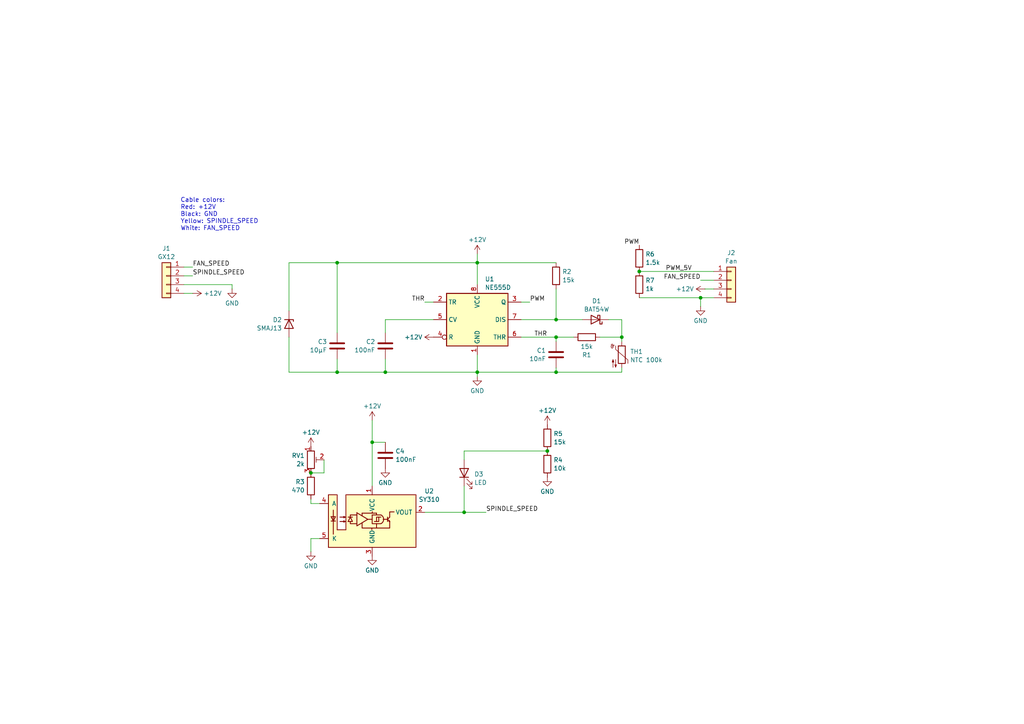
<source format=kicad_sch>
(kicad_sch (version 20231120) (generator "eeschema") (generator_version "8.0")
  (paper "A4")
  (title_block (title "Spindle fan speed controller") (date "2024-11-13") (rev "1") (company "Hacklab Jyväskylä / jpa"))
  (lib_symbols
    (symbol "Connector_Generic:Conn_01x04" (pin_names (offset 1.016) hide)
      (property "Reference" "J" (at 0 5.08 0))
      (property "Value" "Conn_01x04" (at 0 -7.62 0))
      (symbol "Conn_01x04_1_1"
        (rectangle (start -1.27 -4.953) (end 0 -5.207) (stroke (width 0.1524)))
        (rectangle (start -1.27 -2.413) (end 0 -2.667) (stroke (width 0.1524)))
        (rectangle (start -1.27 0.127) (end 0 -0.127) (stroke (width 0.1524)))
        (rectangle (start -1.27 2.667) (end 0 2.413) (stroke (width 0.1524)))
        (rectangle (start -1.27 3.81) (end 1.27 -6.35) (stroke (width 0.254)) (fill (type background)))
        (pin passive line (at -5.08 2.54 0) (length 3.81) (name "Pin_1") (number "1"))
        (pin passive line (at -5.08 0 0) (length 3.81) (name "Pin_2") (number "2"))
        (pin passive line (at -5.08 -2.54 0) (length 3.81) (name "Pin_3") (number "3"))
        (pin passive line (at -5.08 -5.08 0) (length 3.81) (name "Pin_4") (number "4"))
      )
    )
    (symbol "Device:C" (pin_numbers hide) (pin_names (offset 0.254))
      (property "Reference" "C" (at 0.635 2.54 0))
      (property "Value" "C" (at 0.635 -2.54 0))
      (symbol "C_0_1"
        (polyline (pts (xy -2.032 -0.762) (xy 2.032 -0.762)) (stroke (width 0.508)))
        (polyline (pts (xy -2.032 0.762) (xy 2.032 0.762)) (stroke (width 0.508)))
      )
      (symbol "C_1_1"
        (pin passive line (at 0 3.81 270) (length 2.794) (name "~") (number "1"))
        (pin passive line (at 0 -3.81 90) (length 2.794) (name "~") (number "2"))
      )
    )
    (symbol "Device:D_Schottky" (pin_numbers hide) (pin_names (offset 1.016) hide)
      (property "Reference" "D" (at 0 2.54 0))
      (property "Value" "D_Schottky" (at 0 -2.54 0))
      (symbol "D_Schottky_0_1"
        (polyline (pts (xy 1.27 0) (xy -1.27 0)))
        (polyline (pts (xy 1.27 1.27) (xy 1.27 -1.27) (xy -1.27 0) (xy 1.27 1.27)) (stroke (width 0.254)))
        (polyline (pts (xy -1.905 0.635) (xy -1.905 1.27) (xy -1.27 1.27) (xy -1.27 -1.27) (xy -0.635 -1.27) (xy -0.635 -0.635)) (stroke (width 0.254)))
      )
      (symbol "D_Schottky_1_1"
        (pin passive line (at -3.81 0 0) (length 2.54) (name "K") (number "1"))
        (pin passive line (at 3.81 0 180) (length 2.54) (name "A") (number "2"))
      )
    )
    (symbol "Device:D_Zener" (pin_numbers hide) (pin_names (offset 1.016) hide)
      (property "Reference" "D" (at 0 2.54 0))
      (property "Value" "D_Zener" (at 0 -2.54 0))
      (symbol "D_Zener_0_1"
        (polyline (pts (xy 1.27 0) (xy -1.27 0)))
        (polyline (pts (xy -1.27 -1.27) (xy -1.27 1.27) (xy -0.762 1.27)) (stroke (width 0.254)))
        (polyline (pts (xy 1.27 -1.27) (xy 1.27 1.27) (xy -1.27 0) (xy 1.27 -1.27)) (stroke (width 0.254)))
      )
      (symbol "D_Zener_1_1"
        (pin passive line (at -3.81 0 0) (length 2.54) (name "K") (number "1"))
        (pin passive line (at 3.81 0 180) (length 2.54) (name "A") (number "2"))
      )
    )
    (symbol "Device:LED" (pin_numbers hide) (pin_names (offset 1.016) hide)
      (property "Reference" "D" (at 0 2.54 0))
      (property "Value" "LED" (at 0 -2.54 0))
      (symbol "LED_0_1"
        (polyline (pts (xy -1.27 -1.27) (xy -1.27 1.27)) (stroke (width 0.254)))
        (polyline (pts (xy -1.27 0) (xy 1.27 0)))
        (polyline (pts (xy 1.27 -1.27) (xy 1.27 1.27) (xy -1.27 0) (xy 1.27 -1.27)) (stroke (width 0.254)))
        (polyline (pts (xy -3.048 -0.762) (xy -4.572 -2.286) (xy -3.81 -2.286) (xy -4.572 -2.286) (xy -4.572 -1.524)))
        (polyline (pts (xy -1.778 -0.762) (xy -3.302 -2.286) (xy -2.54 -2.286) (xy -3.302 -2.286) (xy -3.302 -1.524)))
      )
      (symbol "LED_1_1"
        (pin passive line (at -3.81 0 0) (length 2.54) (name "K") (number "1"))
        (pin passive line (at 3.81 0 180) (length 2.54) (name "A") (number "2"))
      )
    )
    (symbol "Device:R" (pin_numbers hide) (pin_names (offset 0))
      (property "Reference" "R" (at 2.032 0 90))
      (property "Value" "R" (at 0 0 90))
      (symbol "R_0_1"
        (rectangle (start -1.016 -2.54) (end 1.016 2.54) (stroke (width 0.254)))
      )
      (symbol "R_1_1"
        (pin passive line (at 0 3.81 270) (length 1.27) (name "~") (number "1"))
        (pin passive line (at 0 -3.81 90) (length 1.27) (name "~") (number "2"))
      )
    )
    (symbol "Device:R_Potentiometer_Trim" (pin_names (offset 1.016) hide)
      (property "Reference" "RV" (at -4.445 0 90))
      (property "Value" "R_Potentiometer_Trim" (at -2.54 0 90))
      (symbol "R_Potentiometer_Trim_0_1"
        (polyline (pts (xy 1.524 0.762) (xy 1.524 -0.762)))
        (polyline (pts (xy 2.54 0) (xy 1.524 0)))
        (rectangle (start 1.016 2.54) (end -1.016 -2.54) (stroke (width 0.254)))
      )
      (symbol "R_Potentiometer_Trim_1_1"
        (pin passive line (at 0 3.81 270) (length 1.27) (name "1") (number "1"))
        (pin passive line (at 3.81 0 180) (length 1.27) (name "2") (number "2"))
        (pin passive line (at 0 -3.81 90) (length 1.27) (name "3") (number "3"))
      )
    )
    (symbol "Device:Thermistor_NTC" (pin_numbers hide) (pin_names (offset 0))
      (property "Reference" "TH" (at -4.445 0 90))
      (property "Value" "Thermistor_NTC" (at 3.175 0 90))
      (symbol "Thermistor_NTC_0_1"
        (arc (start -3.048 2.159) (mid -3.0495 2.3143) (end -3.175 2.413))
        (arc (start -3.048 2.159) (mid -2.9736 1.9794) (end -2.794 1.905))
        (arc (start -3.048 2.794) (mid -2.9736 2.6144) (end -2.794 2.54))
        (arc (start -2.794 1.905) (mid -2.6144 1.9794) (end -2.54 2.159))
        (arc (start -2.794 2.54) (mid -2.4393 2.5587) (end -2.159 2.794))
        (arc (start -2.794 3.048) (mid -2.9736 2.9736) (end -3.048 2.794))
        (arc (start -2.54 2.794) (mid -2.6144 2.9736) (end -2.794 3.048))
        (rectangle (start -1.016 2.54) (end 1.016 -2.54) (stroke (width 0.254)))
        (polyline (pts (xy -2.54 2.159) (xy -2.54 2.794)))
        (polyline (pts (xy -1.778 2.54) (xy -1.778 1.524) (xy 1.778 -1.524) (xy 1.778 -2.54)))
        (polyline (pts (xy -2.54 -3.683) (xy -2.54 -1.397) (xy -2.794 -2.159) (xy -2.286 -2.159) (xy -2.54 -1.397) (xy -2.54 -1.651)) (fill (type outline)))
        (polyline (pts (xy -1.778 -1.397) (xy -1.778 -3.683) (xy -2.032 -2.921) (xy -1.524 -2.921) (xy -1.778 -3.683) (xy -1.778 -3.429)) (fill (type outline)))
      )
      (symbol "Thermistor_NTC_1_1"
        (pin passive line (at 0 3.81 270) (length 1.27) (name "~") (number "1"))
        (pin passive line (at 0 -3.81 90) (length 1.27) (name "~") (number "2"))
      )
    )
    (symbol "Sensor_Proximity:LG206D" (pin_names (offset 1.016))
      (property "Reference" "U" (at -11.43 8.89 0))
      (property "Value" "LG206D" (at 3.556 8.89 0))
      (symbol "LG206D_0_1"
        (polyline (pts (xy -11.9126 0) (xy -10.6426 0)) (stroke (width 0.254)))
        (polyline (pts (xy -11.2776 -3.81) (xy -11.2776 3.175)) (stroke (width 0.254)))
        (polyline (pts (xy -6.985 1.143) (xy -5.715 1.143)) (stroke (width 0.254)))
        (polyline (pts (xy -2.921 1.524) (xy -2.921 2.286)) (stroke (width 0.254)))
        (polyline (pts (xy -2.921 2.286) (xy 1.27 2.286)) (stroke (width 0.254)))
        (polyline (pts (xy -1.27 0.508) (xy 0 0.508)) (stroke (width 0.254)))
        (polyline (pts (xy -0.1016 -2.5146) (xy -0.1016 -2.0828)) (stroke (width 0.254)))
        (polyline (pts (xy 0 1.778) (xy 2.54 1.778)) (stroke (width 0.254)))
        (polyline (pts (xy 0.0254 2.3114) (xy 0.0254 2.7178)) (stroke (width 0.254)))
        (polyline (pts (xy 1.27 1.9304) (xy 1.27 2.286)) (stroke (width 0.254)))
        (polyline (pts (xy 3.175 0.508) (xy 4.445 0.508)) (stroke (width 0.254)))
        (polyline (pts (xy 4.445 0.508) (xy 5.08 -0.127)) (stroke (width 0.254)))
        (polyline (pts (xy 4.445 0.508) (xy 5.08 1.143)) (stroke (width 0.254)))
        (polyline (pts (xy 4.445 1.143) (xy 4.445 -0.127)) (stroke (width 0.254)))
        (polyline (pts (xy -9.3472 -0.127) (xy -7.8232 -0.127) (xy -8.2296 0.0762)) (stroke (width 0.254)))
        (polyline (pts (xy -9.3472 1.143) (xy -7.8232 1.143) (xy -8.2296 1.3462)) (stroke (width 0.254)))
        (polyline (pts (xy -8.2296 0.0762) (xy -8.2296 -0.3302) (xy -7.8232 -0.127)) (stroke (width 0.254)))
        (polyline (pts (xy -8.2296 1.3462) (xy -8.2296 0.9398) (xy -7.8232 1.143)) (stroke (width 0.254)))
        (polyline (pts (xy -6.35 -0.127) (xy -6.35 -0.762) (xy -4.445 -0.762)) (stroke (width 0.254)))
        (polyline (pts (xy -6.35 1.143) (xy -6.35 1.778) (xy -4.445 1.778)) (stroke (width 0.254)))
        (polyline (pts (xy 0 1.778) (xy 0 -0.762) (xy 2.54 -0.762)) (stroke (width 0.254)))
        (polyline (pts (xy 1.27 -2.032) (xy -2.921 -2.032) (xy -2.921 -0.508)) (stroke (width 0.254)))
        (polyline (pts (xy 1.905 1.143) (xy 1.27 1.143) (xy 1.27 -0.127)) (stroke (width 0.254)))
        (polyline (pts (xy 5.08 1.143) (xy 5.08 2.667) (xy 6.35 2.667)) (stroke (width 0.254)))
        (polyline (pts (xy -11.9126 1.27) (xy -10.6426 1.27) (xy -11.2776 0) (xy -11.9126 1.27)) (stroke (width 0.254)))
        (polyline (pts (xy -6.985 -0.127) (xy -5.715 -0.127) (xy -6.35 1.143) (xy -6.985 -0.127)) (stroke (width 0.254)))
        (polyline (pts (xy -4.445 2.413) (xy -4.445 -1.397) (xy -1.27 0.508) (xy -4.445 2.413)) (stroke (width 0.254)))
        (polyline (pts (xy 0.635 -0.127) (xy 1.905 -0.127) (xy 1.905 1.143) (xy 2.54 1.143)) (stroke (width 0.254)))
        (polyline (pts (xy 1.27 -0.762) (xy 1.27 -2.032) (xy 5.08 -2.032) (xy 5.08 -0.127)) (stroke (width 0.254)))
        (polyline (pts (xy 5.08 -0.127) (xy 4.826 -0.0762) (xy 5.0292 0.127) (xy 5.08 -0.127)) (stroke (width 0.254)))
        (polyline (pts (xy -12.7 -7.62) (xy 12.7 -7.62) (xy 12.7 7.62) (xy -7.62 7.62) (xy -7.62 -2.54) (xy -10.16 -2.54) (xy -10.16 7.62) (xy -12.7 7.62) (xy -12.7 -7.62)) (stroke (width 0.254)) (fill (type background)))
        (arc (start 2.54 -0.762) (mid 3.3249 0.508) (end 2.54 1.778) (stroke (width 0.254)))
      )
      (symbol "LG206D_1_1"
        (pin power_in line (at 0 10.16 270) (length 2.54) (name "VCC") (number "1"))
        (pin open_collector line (at 15.24 2.54 180) (length 2.54) (name "VOUT") (number "2"))
        (pin power_in line (at 0 -10.16 90) (length 2.54) (name "GND") (number "3"))
        (pin passive line (at -15.24 5.08 0) (length 2.54) (name "A") (number "4"))
        (pin passive line (at -15.24 -5.08 0) (length 2.54) (name "K") (number "5"))
      )
    )
    (symbol "Timer:NE555D"
      (property "Reference" "U" (at -10.16 8.89 0))
      (property "Value" "NE555D" (at 2.54 8.89 0))
      (symbol "NE555D_0_0"
        (pin power_in line (at 0 -10.16 90) (length 2.54) (name "GND") (number "1"))
        (pin power_in line (at 0 10.16 270) (length 2.54) (name "VCC") (number "8"))
      )
      (symbol "NE555D_0_1"
        (rectangle (start -8.89 -7.62) (end 8.89 7.62) (stroke (width 0.254)) (fill (type background)))
        (rectangle (start -8.89 -7.62) (end 8.89 7.62) (stroke (width 0.254)) (fill (type background)))
      )
      (symbol "NE555D_1_1"
        (pin input line (at -12.7 5.08 0) (length 3.81) (name "TR") (number "2"))
        (pin output line (at 12.7 5.08 180) (length 3.81) (name "Q") (number "3"))
        (pin input inverted (at -12.7 -5.08 0) (length 3.81) (name "R") (number "4"))
        (pin input line (at -12.7 0 0) (length 3.81) (name "CV") (number "5"))
        (pin input line (at 12.7 -5.08 180) (length 3.81) (name "THR") (number "6"))
        (pin input line (at 12.7 0 180) (length 3.81) (name "DIS") (number "7"))
      )
    )
    (symbol "power:+12V" (power) (pin_numbers hide) (pin_names (offset 0) hide)
      (property "Value" "+12V" (at 0 3.556 0))
      (symbol "+12V_0_1"
        (polyline (pts (xy -0.762 1.27) (xy 0 2.54)))
        (polyline (pts (xy 0 0) (xy 0 2.54)))
        (polyline (pts (xy 0 2.54) (xy 0.762 1.27)))
      )
      (symbol "+12V_1_1"
        (pin power_in line (at 0 0 90) (length 0) (name "~") (number "1"))
      )
    )
    (symbol "power:GND" (power) (pin_numbers hide) (pin_names (offset 0) hide)
      (property "Value" "GND" (at 0 -3.81 0))
      (symbol "GND_0_1"
        (polyline (pts (xy 0 0) (xy 0 -1.27) (xy 1.27 -1.27) (xy 0 -2.54) (xy -1.27 -1.27) (xy 0 -1.27)))
      )
      (symbol "GND_1_1"
        (pin power_in line (at 0 0 270) (length 0) (name "~") (number "1"))
      )
    )
  )
  (junction (at 97.79 76.2))
  (junction (at 158.75 130.81))
  (junction (at 111.76 107.95))
  (junction (at 161.29 97.79))
  (junction (at 161.29 92.71))
  (junction (at 90.17 137.16))
  (junction (at 134.62 148.59))
  (junction (at 138.43 107.95))
  (junction (at 203.2 86.36))
  (junction (at 107.95 128.27))
  (junction (at 97.79 107.95))
  (junction (at 161.29 107.95))
  (junction (at 138.43 76.2))
  (junction (at 180.34 97.79))
  (junction (at 185.42 78.74))
  (wire (pts (xy 53.34 82.55) (xy 67.31 82.55)))
  (wire (pts (xy 138.43 76.2) (xy 138.43 82.55)))
  (wire (pts (xy 203.2 81.28) (xy 207.01 81.28)))
  (wire (pts (xy 55.88 85.09) (xy 53.34 85.09)))
  (wire (pts (xy 138.43 107.95) (xy 138.43 109.22)))
  (wire (pts (xy 185.42 86.36) (xy 203.2 86.36)))
  (wire (pts (xy 180.34 106.68) (xy 180.34 107.95)))
  (wire (pts (xy 97.79 76.2) (xy 138.43 76.2)))
  (wire (pts (xy 134.62 140.97) (xy 134.62 148.59)))
  (wire (pts (xy 203.2 88.9) (xy 203.2 86.36)))
  (wire (pts (xy 90.17 146.05) (xy 90.17 144.78)))
  (wire (pts (xy 107.95 121.92) (xy 107.95 128.27)))
  (wire (pts (xy 111.76 92.71) (xy 125.73 92.71)))
  (wire (pts (xy 90.17 160.02) (xy 90.17 156.21)))
  (wire (pts (xy 161.29 97.79) (xy 166.37 97.79)))
  (wire (pts (xy 134.62 133.35) (xy 134.62 130.81)))
  (wire (pts (xy 161.29 83.82) (xy 161.29 92.71)))
  (wire (pts (xy 97.79 96.52) (xy 97.79 76.2)))
  (wire (pts (xy 107.95 128.27) (xy 111.76 128.27)))
  (wire (pts (xy 83.82 76.2) (xy 97.79 76.2)))
  (wire (pts (xy 53.34 80.01) (xy 55.88 80.01)))
  (wire (pts (xy 204.47 83.82) (xy 207.01 83.82)))
  (wire (pts (xy 111.76 104.14) (xy 111.76 107.95)))
  (wire (pts (xy 67.31 83.82) (xy 67.31 82.55)))
  (wire (pts (xy 161.29 92.71) (xy 168.91 92.71)))
  (wire (pts (xy 83.82 107.95) (xy 97.79 107.95)))
  (wire (pts (xy 83.82 90.17) (xy 83.82 76.2)))
  (wire (pts (xy 161.29 106.68) (xy 161.29 107.95)))
  (wire (pts (xy 53.34 77.47) (xy 55.88 77.47)))
  (wire (pts (xy 138.43 76.2) (xy 161.29 76.2)))
  (wire (pts (xy 138.43 107.95) (xy 161.29 107.95)))
  (wire (pts (xy 151.13 87.63) (xy 153.67 87.63)))
  (wire (pts (xy 134.62 130.81) (xy 158.75 130.81)))
  (wire (pts (xy 161.29 107.95) (xy 180.34 107.95)))
  (wire (pts (xy 173.99 97.79) (xy 180.34 97.79)))
  (wire (pts (xy 97.79 107.95) (xy 111.76 107.95)))
  (wire (pts (xy 176.53 92.71) (xy 180.34 92.71)))
  (wire (pts (xy 107.95 128.27) (xy 107.95 140.97)))
  (wire (pts (xy 97.79 104.14) (xy 97.79 107.95)))
  (wire (pts (xy 123.19 148.59) (xy 134.62 148.59)))
  (wire (pts (xy 93.98 137.16) (xy 90.17 137.16)))
  (wire (pts (xy 111.76 107.95) (xy 138.43 107.95)))
  (wire (pts (xy 90.17 156.21) (xy 92.71 156.21)))
  (wire (pts (xy 185.42 78.74) (xy 207.01 78.74)))
  (wire (pts (xy 180.34 92.71) (xy 180.34 97.79)))
  (wire (pts (xy 151.13 92.71) (xy 161.29 92.71)))
  (wire (pts (xy 138.43 73.66) (xy 138.43 76.2)))
  (wire (pts (xy 123.19 87.63) (xy 125.73 87.63)))
  (wire (pts (xy 161.29 97.79) (xy 161.29 99.06)))
  (wire (pts (xy 83.82 97.79) (xy 83.82 107.95)))
  (wire (pts (xy 138.43 102.87) (xy 138.43 107.95)))
  (wire (pts (xy 111.76 96.52) (xy 111.76 92.71)))
  (wire (pts (xy 180.34 97.79) (xy 180.34 99.06)))
  (wire (pts (xy 203.2 86.36) (xy 207.01 86.36)))
  (wire (pts (xy 93.98 133.35) (xy 93.98 137.16)))
  (wire (pts (xy 134.62 148.59) (xy 140.97 148.59)))
  (wire (pts (xy 151.13 97.79) (xy 161.29 97.79)))
  (wire (pts (xy 92.71 146.05) (xy 90.17 146.05)))
  (text "Cable colors:\nRed: +12V \nBlack: GND\nYellow: SPINDLE_SPEED\nWhite: FAN_SPEED" (at 52.324 62.23 0) (effects (font (size 1.27 1.27)) (justify left)))
  (label "FAN_SPEED" (at 55.88 77.47 0))
  (label "THR" (at 123.19 87.63 180))
  (label "PWM" (at 185.42 71.12 180))
  (label "PWM_5V" (at 193.04 78.74 0))
  (label "PWM" (at 153.67 87.63 0))
  (label "SPINDLE_SPEED" (at 55.88 80.01 0))
  (label "SPINDLE_SPEED" (at 140.97 148.59 0))
  (label "THR" (at 154.94 97.79 0))
  (label "FAN_SPEED" (at 203.2 81.28 180))
  (symbol (lib_id "power:+12V") (at 138.43 73.66 0) (unit 1)
    (property "Reference" "#PWR01" (effects (hide yes)))
    (property "Value" "+12V" (at 138.43 69.5269 0))
    (property "Description" "Power symbol creates a global label with name \"+12V\"" (effects (hide yes)))
  )
  (symbol (lib_id "Device:R") (at 185.42 74.93 0) (unit 1)
    (property "Reference" "R6" (at 187.198 73.7178 0) (effects (justify left)))
    (property "Value" "1.5k" (at 187.198 76.1421 0) (effects (justify left)))
    (property "Footprint" "Resistor_SMD:R_0603_1608Metric" (effects (hide yes)))
    (property "Description" "Resistor" (effects (hide yes)))
  )
  (symbol (lib_id "Timer:NE555D") (at 138.43 92.71 0) (unit 1)
    (property "Reference" "U1" (at 140.6241 80.9455 0) (effects (justify left)))
    (property "Value" "NE555D" (at 140.6241 83.3698 0) (effects (justify left)))
    (property "Footprint" "Package_SO:SOIC-8_3.9x4.9mm_P1.27mm" (effects (hide yes)))
    (property "Datasheet" "http://www.ti.com/lit/ds/symlink/ne555.pdf" (effects (hide yes)))
    (property "Description" "Precision Timers, 555 compatible, SOIC-8" (effects (hide yes)))
  )
  (symbol (lib_id "power:+12V") (at 158.75 123.19 0) (unit 1)
    (property "Reference" "#PWR011" (effects (hide yes)))
    (property "Value" "+12V" (at 158.75 119.0569 0))
    (property "Description" "Power symbol creates a global label with name \"+12V\"" (effects (hide yes)))
  )
  (symbol (lib_id "Device:R") (at 90.17 140.97 0) (mirror y) (unit 1)
    (property "Reference" "R3" (at 88.392 139.7578 0) (effects (justify left)))
    (property "Value" "470" (at 88.392 142.1821 0) (effects (justify left)))
    (property "Footprint" "Resistor_SMD:R_0603_1608Metric" (effects (hide yes)))
    (property "Description" "Resistor" (effects (hide yes)))
  )
  (symbol (lib_id "Connector_Generic:Conn_01x04") (at 48.26 80.01 0) (mirror y) (unit 1)
    (property "Reference" "J1" (at 48.26 72.0555 0))
    (property "Value" "GX12" (at 48.26 74.4798 0))
    (property "Footprint" "Connector_PinHeader_2.54mm:PinHeader_2x02_P2.54mm_Vertical" (effects (hide yes)))
    (property "Description" "Generic connector, single row, 01x04, script generated (kicad-library-utils/schlib/autogen/connector/)" (effects (hide yes)))
  )
  (symbol (lib_id "Device:R") (at 161.29 80.01 180) (unit 1)
    (property "Reference" "R2" (at 163.068 78.7978 0) (effects (justify right)))
    (property "Value" "15k" (at 163.068 81.2221 0) (effects (justify right)))
    (property "Footprint" "Resistor_SMD:R_0603_1608Metric" (effects (hide yes)))
    (property "Description" "Resistor" (effects (hide yes)))
  )
  (symbol (lib_id "power:+12V") (at 55.88 85.09 270) (unit 1)
    (property "Reference" "#PWR012" (effects (hide yes)))
    (property "Value" "+12V" (at 59.055 85.09 90) (effects (justify left)))
    (property "Description" "Power symbol creates a global label with name \"+12V\"" (effects (hide yes)))
  )
  (symbol (lib_id "Device:LED") (at 134.62 137.16 90) (unit 1)
    (property "Reference" "D3" (at 137.541 137.5353 90) (effects (justify right)))
    (property "Value" "LED" (at 137.541 139.9596 90) (effects (justify right)))
    (property "Footprint" "Diode_SMD:D_0603_1608Metric" (effects (hide yes)))
    (property "Description" "Light emitting diode" (effects (hide yes)))
  )
  (symbol (lib_id "power:GND") (at 158.75 138.43 0) (unit 1)
    (property "Reference" "#PWR010" (effects (hide yes)))
    (property "Value" "GND" (at 158.75 142.5631 0))
    (property "Description" "Power symbol creates a global label with name \"GND\" , ground" (effects (hide yes)))
  )
  (symbol (lib_id "Device:C") (at 161.29 102.87 0) (mirror y) (unit 1)
    (property "Reference" "C1" (at 158.369 101.6578 0) (effects (justify left)))
    (property "Value" "10nF" (at 158.369 104.0821 0) (effects (justify left)))
    (property "Footprint" "Capacitor_SMD:C_0603_1608Metric" (effects (hide yes)))
    (property "Description" "Unpolarized capacitor" (effects (hide yes)))
  )
  (symbol (lib_id "Device:R") (at 170.18 97.79 90) (mirror x) (unit 1)
    (property "Reference" "R1" (at 170.18 102.9505 90))
    (property "Value" "15k" (at 170.18 100.5262 90))
    (property "Footprint" "Resistor_SMD:R_0603_1608Metric" (effects (hide yes)))
    (property "Description" "Resistor" (effects (hide yes)))
  )
  (symbol (lib_id "Device:D_Zener") (at 83.82 93.98 270) (unit 1)
    (property "Reference" "D2" (at 81.788 92.7678 90) (effects (justify right)))
    (property "Value" "SMAJ13" (at 81.788 95.1921 90) (effects (justify right)))
    (property "Footprint" "Diode_SMD:D_SMA" (effects (hide yes)))
    (property "Description" "Zener diode" (effects (hide yes)))
  )
  (symbol (lib_id "power:GND") (at 203.2 88.9 0) (unit 1)
    (property "Reference" "#PWR04" (effects (hide yes)))
    (property "Value" "GND" (at 203.2 93.0331 0))
    (property "Description" "Power symbol creates a global label with name \"GND\" , ground" (effects (hide yes)))
  )
  (symbol (lib_id "power:+12V") (at 90.17 129.54 0) (unit 1)
    (property "Reference" "#PWR09" (effects (hide yes)))
    (property "Value" "+12V" (at 90.17 125.4069 0))
    (property "Description" "Power symbol creates a global label with name \"+12V\"" (effects (hide yes)))
  )
  (symbol (lib_id "power:+12V") (at 125.73 97.79 90) (mirror x) (unit 1)
    (property "Reference" "#PWR03" (effects (hide yes)))
    (property "Value" "+12V" (at 122.555 97.79 90) (effects (justify left)))
    (property "Description" "Power symbol creates a global label with name \"+12V\"" (effects (hide yes)))
  )
  (symbol (lib_id "power:GND") (at 90.17 160.02 0) (unit 1)
    (property "Reference" "#PWR08" (effects (hide yes)))
    (property "Value" "GND" (at 90.17 164.1531 0))
    (property "Description" "Power symbol creates a global label with name \"GND\" , ground" (effects (hide yes)))
  )
  (symbol (lib_id "Device:Thermistor_NTC") (at 180.34 102.87 0) (unit 1)
    (property "Reference" "TH1" (at 182.753 101.9753 0) (effects (justify left)))
    (property "Value" "NTC 100k" (at 182.753 104.3996 0) (effects (justify left)))
    (property "Footprint" "Connector_PinHeader_2.54mm:PinHeader_1x02_P2.54mm_Vertical" (effects (hide yes)))
    (property "Description" "Temperature dependent resistor, negative temperature coefficient" (effects (hide yes)))
  )
  (symbol (lib_id "Device:C") (at 111.76 132.08 180) (unit 1)
    (property "Reference" "C4" (at 114.681 130.8678 0) (effects (justify right)))
    (property "Value" "100nF" (at 114.681 133.2921 0) (effects (justify right)))
    (property "Footprint" "Capacitor_SMD:C_0603_1608Metric" (effects (hide yes)))
    (property "Description" "Unpolarized capacitor" (effects (hide yes)))
  )
  (symbol (lib_id "power:GND") (at 67.31 83.82 0) (unit 1)
    (property "Reference" "#PWR013" (effects (hide yes)))
    (property "Value" "GND" (at 67.31 87.9531 0))
    (property "Description" "Power symbol creates a global label with name \"GND\" , ground" (effects (hide yes)))
  )
  (symbol (lib_id "power:GND") (at 107.95 161.29 0) (unit 1)
    (property "Reference" "#PWR07" (effects (hide yes)))
    (property "Value" "GND" (at 107.95 165.4231 0))
    (property "Description" "Power symbol creates a global label with name \"GND\" , ground" (effects (hide yes)))
  )
  (symbol (lib_id "Device:R") (at 185.42 82.55 0) (unit 1)
    (property "Reference" "R7" (at 187.198 81.3378 0) (effects (justify left)))
    (property "Value" "1k" (at 187.198 83.7621 0) (effects (justify left)))
    (property "Footprint" "Resistor_SMD:R_0603_1608Metric" (effects (hide yes)))
    (property "Description" "Resistor" (effects (hide yes)))
  )
  (symbol (lib_id "Device:C") (at 97.79 100.33 0) (mirror x) (unit 1)
    (property "Reference" "C3" (at 94.869 99.1178 0) (effects (justify right)))
    (property "Value" "10µF" (at 94.869 101.5421 0) (effects (justify right)))
    (property "Footprint" "Capacitor_SMD:C_0805_2012Metric" (effects (hide yes)))
    (property "Description" "Unpolarized capacitor" (effects (hide yes)))
  )
  (symbol (lib_id "power:GND") (at 138.43 109.22 0) (unit 1)
    (property "Reference" "#PWR02" (effects (hide yes)))
    (property "Value" "GND" (at 138.43 113.3531 0))
    (property "Description" "Power symbol creates a global label with name \"GND\" , ground" (effects (hide yes)))
  )
  (symbol (lib_id "Device:C") (at 111.76 100.33 0) (mirror x) (unit 1)
    (property "Reference" "C2" (at 108.839 99.1178 0) (effects (justify right)))
    (property "Value" "100nF" (at 108.839 101.5421 0) (effects (justify right)))
    (property "Footprint" "Capacitor_SMD:C_0603_1608Metric" (effects (hide yes)))
    (property "Description" "Unpolarized capacitor" (effects (hide yes)))
  )
  (symbol (lib_id "power:+12V") (at 107.95 121.92 0) (unit 1)
    (property "Reference" "#PWR06" (effects (hide yes)))
    (property "Value" "+12V" (at 107.95 117.7869 0))
    (property "Description" "Power symbol creates a global label with name \"+12V\"" (effects (hide yes)))
  )
  (symbol (lib_id "Sensor_Proximity:LG206D") (at 107.95 151.13 0) (unit 1)
    (property "Reference" "U2" (at 124.4865 142.445 0))
    (property "Value" "SY310" (at 124.4865 144.8693 0))
    (property "Footprint" "OptoDevice:Kodenshi_LG206D" (effects (hide yes)))
    (property "Datasheet" "http://kodenshi.co.jp/products/pdf/sensor/photointerrupter_ic/LG206D.pdf" (effects (hide yes)))
    (property "Description" "Photointerrupter infrared LED with photo IC, non-inverting output, -0.5V to 17V VDD, -20 to +85 degree Celsius, LG206D" (effects (hide yes)))
  )
  (symbol (lib_id "Device:R") (at 158.75 127 0) (unit 1)
    (property "Reference" "R5" (at 160.528 125.7878 0) (effects (justify left)))
    (property "Value" "15k" (at 160.528 128.2121 0) (effects (justify left)))
    (property "Footprint" "Resistor_SMD:R_0603_1608Metric" (effects (hide yes)))
    (property "Description" "Resistor" (effects (hide yes)))
  )
  (symbol (lib_id "Connector_Generic:Conn_01x04") (at 212.09 81.28 0) (unit 1)
    (property "Reference" "J2" (at 212.09 73.3255 0))
    (property "Value" "Fan" (at 212.09 75.7498 0))
    (property "Footprint" "Connector_PinHeader_2.54mm:PinHeader_1x04_P2.54mm_Horizontal" (effects (hide yes)))
    (property "Description" "Generic connector, single row, 01x04, script generated (kicad-library-utils/schlib/autogen/connector/)" (effects (hide yes)))
  )
  (symbol (lib_id "power:+12V") (at 204.47 83.82 90) (unit 1)
    (property "Reference" "#PWR05" (effects (hide yes)))
    (property "Value" "+12V" (at 201.295 83.82 90) (effects (justify left)))
    (property "Description" "Power symbol creates a global label with name \"+12V\"" (effects (hide yes)))
  )
  (symbol (lib_id "Device:R") (at 158.75 134.62 0) (unit 1)
    (property "Reference" "R4" (at 160.528 133.4078 0) (effects (justify left)))
    (property "Value" "10k" (at 160.528 135.8321 0) (effects (justify left)))
    (property "Footprint" "Resistor_SMD:R_0603_1608Metric" (effects (hide yes)))
    (property "Description" "Resistor" (effects (hide yes)))
  )
  (symbol (lib_id "power:GND") (at 111.76 135.89 0) (unit 1)
    (property "Reference" "#PWR014" (effects (hide yes)))
    (property "Value" "GND" (at 111.76 140.0231 0))
    (property "Description" "Power symbol creates a global label with name \"GND\" , ground" (effects (hide yes)))
  )
  (symbol (lib_id "Device:D_Schottky") (at 172.72 92.71 180) (unit 1)
    (property "Reference" "D1" (at 173.0375 87.2955 0))
    (property "Value" "BAT54W" (at 173.0375 89.7198 0))
    (property "Footprint" "Diode_SMD:D_SOD-123" (effects (hide yes)))
    (property "Description" "Schottky diode" (effects (hide yes)))
  )
  (symbol (lib_id "Device:R_Potentiometer_Trim") (at 90.17 133.35 0) (unit 1)
    (property "Reference" "RV1" (at 88.3921 132.1378 0) (effects (justify right)))
    (property "Value" "2k" (at 88.3921 134.5621 0) (effects (justify right)))
    (property "Footprint" "Potentiometer_SMD:Potentiometer_Bourns_TC33X_Vertical" (effects (hide yes)))
    (property "Description" "Trim-potentiometer" (effects (hide yes)))
  )
)
</source>
